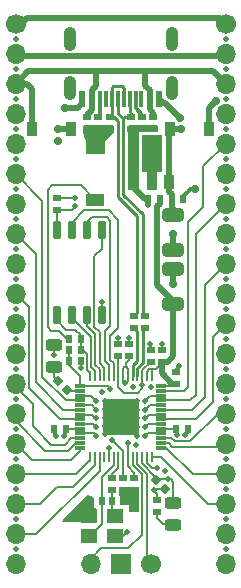
<source format=gtl>
G04 #@! TF.GenerationSoftware,KiCad,Pcbnew,(6.0.4)*
G04 #@! TF.CreationDate,2022-04-25T16:48:54-06:00*
G04 #@! TF.ProjectId,RP2040 Dev Board,52503230-3430-4204-9465-7620426f6172,3*
G04 #@! TF.SameCoordinates,Original*
G04 #@! TF.FileFunction,Copper,L1,Top*
G04 #@! TF.FilePolarity,Positive*
%FSLAX46Y46*%
G04 Gerber Fmt 4.6, Leading zero omitted, Abs format (unit mm)*
G04 Created by KiCad (PCBNEW (6.0.4)) date 2022-04-25 16:48:54*
%MOMM*%
%LPD*%
G01*
G04 APERTURE LIST*
G04 Aperture macros list*
%AMRoundRect*
0 Rectangle with rounded corners*
0 $1 Rounding radius*
0 $2 $3 $4 $5 $6 $7 $8 $9 X,Y pos of 4 corners*
0 Add a 4 corners polygon primitive as box body*
4,1,4,$2,$3,$4,$5,$6,$7,$8,$9,$2,$3,0*
0 Add four circle primitives for the rounded corners*
1,1,$1+$1,$2,$3*
1,1,$1+$1,$4,$5*
1,1,$1+$1,$6,$7*
1,1,$1+$1,$8,$9*
0 Add four rect primitives between the rounded corners*
20,1,$1+$1,$2,$3,$4,$5,0*
20,1,$1+$1,$4,$5,$6,$7,0*
20,1,$1+$1,$6,$7,$8,$9,0*
20,1,$1+$1,$8,$9,$2,$3,0*%
%AMRotRect*
0 Rectangle, with rotation*
0 The origin of the aperture is its center*
0 $1 length*
0 $2 width*
0 $3 Rotation angle, in degrees counterclockwise*
0 Add horizontal line*
21,1,$1,$2,0,0,$3*%
%AMFreePoly0*
4,1,9,3.862500,-0.866500,0.737500,-0.866500,0.737500,-0.450000,-0.737500,-0.450000,-0.737500,0.450000,0.737500,0.450000,0.737500,0.866500,3.862500,0.866500,3.862500,-0.866500,3.862500,-0.866500,$1*%
G04 Aperture macros list end*
G04 #@! TA.AperFunction,SMDPad,CuDef*
%ADD10R,0.600000X0.700000*%
G04 #@! TD*
G04 #@! TA.AperFunction,SMDPad,CuDef*
%ADD11R,0.700000X0.600000*%
G04 #@! TD*
G04 #@! TA.AperFunction,SMDPad,CuDef*
%ADD12R,0.900000X1.200000*%
G04 #@! TD*
G04 #@! TA.AperFunction,SMDPad,CuDef*
%ADD13RoundRect,0.243750X0.456250X-0.243750X0.456250X0.243750X-0.456250X0.243750X-0.456250X-0.243750X0*%
G04 #@! TD*
G04 #@! TA.AperFunction,SMDPad,CuDef*
%ADD14R,0.900000X1.300000*%
G04 #@! TD*
G04 #@! TA.AperFunction,SMDPad,CuDef*
%ADD15FreePoly0,90.000000*%
G04 #@! TD*
G04 #@! TA.AperFunction,SMDPad,CuDef*
%ADD16RotRect,0.700000X0.600000X225.000000*%
G04 #@! TD*
G04 #@! TA.AperFunction,SMDPad,CuDef*
%ADD17RoundRect,0.150000X0.150000X-0.650000X0.150000X0.650000X-0.150000X0.650000X-0.150000X-0.650000X0*%
G04 #@! TD*
G04 #@! TA.AperFunction,SMDPad,CuDef*
%ADD18RoundRect,0.250000X0.650000X-0.325000X0.650000X0.325000X-0.650000X0.325000X-0.650000X-0.325000X0*%
G04 #@! TD*
G04 #@! TA.AperFunction,SMDPad,CuDef*
%ADD19R,0.600000X1.450000*%
G04 #@! TD*
G04 #@! TA.AperFunction,SMDPad,CuDef*
%ADD20R,0.300000X1.450000*%
G04 #@! TD*
G04 #@! TA.AperFunction,ComponentPad*
%ADD21O,1.050000X2.100000*%
G04 #@! TD*
G04 #@! TA.AperFunction,SMDPad,CuDef*
%ADD22RoundRect,0.006000X-0.414000X-0.094000X0.414000X-0.094000X0.414000X0.094000X-0.414000X0.094000X0*%
G04 #@! TD*
G04 #@! TA.AperFunction,SMDPad,CuDef*
%ADD23RoundRect,0.020000X-0.080000X-0.400000X0.080000X-0.400000X0.080000X0.400000X-0.080000X0.400000X0*%
G04 #@! TD*
G04 #@! TA.AperFunction,SMDPad,CuDef*
%ADD24R,3.100000X3.100000*%
G04 #@! TD*
G04 #@! TA.AperFunction,SMDPad,CuDef*
%ADD25RoundRect,0.243750X-0.456250X0.243750X-0.456250X-0.243750X0.456250X-0.243750X0.456250X0.243750X0*%
G04 #@! TD*
G04 #@! TA.AperFunction,ComponentPad*
%ADD26C,1.700000*%
G04 #@! TD*
G04 #@! TA.AperFunction,ComponentPad*
%ADD27R,1.700000X1.700000*%
G04 #@! TD*
G04 #@! TA.AperFunction,ComponentPad*
%ADD28O,1.700000X1.700000*%
G04 #@! TD*
G04 #@! TA.AperFunction,SMDPad,CuDef*
%ADD29R,1.400000X1.200000*%
G04 #@! TD*
G04 #@! TA.AperFunction,SMDPad,CuDef*
%ADD30R,1.600000X1.050000*%
G04 #@! TD*
G04 #@! TA.AperFunction,SMDPad,CuDef*
%ADD31RoundRect,0.250000X-0.650000X0.325000X-0.650000X-0.325000X0.650000X-0.325000X0.650000X0.325000X0*%
G04 #@! TD*
G04 #@! TA.AperFunction,ViaPad*
%ADD32C,0.460000*%
G04 #@! TD*
G04 #@! TA.AperFunction,ViaPad*
%ADD33C,0.700000*%
G04 #@! TD*
G04 #@! TA.AperFunction,Conductor*
%ADD34C,0.500000*%
G04 #@! TD*
G04 #@! TA.AperFunction,Conductor*
%ADD35C,0.200000*%
G04 #@! TD*
G04 #@! TA.AperFunction,Conductor*
%ADD36C,0.300000*%
G04 #@! TD*
G04 #@! TA.AperFunction,Conductor*
%ADD37C,0.261112*%
G04 #@! TD*
G04 #@! TA.AperFunction,Conductor*
%ADD38C,0.261000*%
G04 #@! TD*
G04 APERTURE END LIST*
D10*
X151560000Y-62300000D03*
X152560000Y-62300000D03*
X142250000Y-62310000D03*
X141250000Y-62310000D03*
X146170000Y-68410000D03*
X147170000Y-68410000D03*
D11*
X150380000Y-56650000D03*
X150380000Y-55650000D03*
D12*
X151070000Y-36930000D03*
X154370000Y-36930000D03*
D11*
X147110000Y-66510000D03*
X147110000Y-67510000D03*
D10*
X150210000Y-42810000D03*
X149210000Y-42810000D03*
X145320000Y-68410000D03*
X144320000Y-68410000D03*
D11*
X146640000Y-56150000D03*
X146640000Y-55150000D03*
X149430000Y-56650000D03*
X149430000Y-55650000D03*
D13*
X151345000Y-70492500D03*
X151345000Y-68617500D03*
D14*
X148010000Y-41450000D03*
D15*
X149510000Y-41362500D03*
D14*
X151010000Y-41450000D03*
D16*
X149916447Y-66656447D03*
X150623553Y-67363553D03*
D17*
X141505000Y-52700000D03*
X142775000Y-52700000D03*
X144045000Y-52700000D03*
X145315000Y-52700000D03*
X145315000Y-45500000D03*
X144045000Y-45500000D03*
X142775000Y-45500000D03*
X141505000Y-45500000D03*
D18*
X151340000Y-51755000D03*
X151340000Y-48805000D03*
D19*
X150160000Y-34395000D03*
X149360000Y-34395000D03*
D20*
X148160000Y-34395000D03*
X147160000Y-34395000D03*
X146660000Y-34395000D03*
X145660000Y-34395000D03*
D19*
X143660000Y-34395000D03*
X144460000Y-34395000D03*
D20*
X145160000Y-34395000D03*
X146160000Y-34395000D03*
X147660000Y-34395000D03*
X148660000Y-34395000D03*
D21*
X151230000Y-33480000D03*
X142590000Y-33480000D03*
X151230000Y-29300000D03*
X142590000Y-29300000D03*
D11*
X144060000Y-36920000D03*
X144060000Y-35920000D03*
D22*
X143475000Y-58700000D03*
X143475000Y-59100000D03*
X143475000Y-59500000D03*
X143475000Y-59900000D03*
X143475000Y-60300000D03*
X143475000Y-60700000D03*
X143475000Y-61100000D03*
X143475000Y-61500000D03*
X143475000Y-61900000D03*
X143475000Y-62300000D03*
X143475000Y-62700000D03*
X143475000Y-63100000D03*
X143475000Y-63500000D03*
X143475000Y-63900000D03*
D23*
X144310000Y-64735000D03*
X144710000Y-64735000D03*
X145110000Y-64735000D03*
X145510000Y-64735000D03*
X145910000Y-64735000D03*
X146310000Y-64735000D03*
X146710000Y-64735000D03*
X147110000Y-64735000D03*
X147510000Y-64735000D03*
X147910000Y-64735000D03*
X148310000Y-64735000D03*
X148710000Y-64735000D03*
X149110000Y-64735000D03*
X149510000Y-64735000D03*
D22*
X150345000Y-63900000D03*
X150345000Y-63500000D03*
X150345000Y-63100000D03*
X150345000Y-62700000D03*
X150345000Y-62300000D03*
X150345000Y-61900000D03*
X150345000Y-61500000D03*
X150345000Y-61100000D03*
X150345000Y-60700000D03*
X150345000Y-60300000D03*
X150345000Y-59900000D03*
X150345000Y-59500000D03*
X150345000Y-59100000D03*
X150345000Y-58700000D03*
D23*
X149510000Y-57865000D03*
X149110000Y-57865000D03*
X148710000Y-57865000D03*
X148310000Y-57865000D03*
X147910000Y-57865000D03*
X147510000Y-57865000D03*
X147110000Y-57865000D03*
X146710000Y-57865000D03*
X146310000Y-57865000D03*
X145910000Y-57865000D03*
X145510000Y-57865000D03*
X145110000Y-57865000D03*
X144710000Y-57865000D03*
X144310000Y-57865000D03*
D24*
X146910000Y-61300000D03*
D11*
X151620000Y-58500000D03*
X151620000Y-57500000D03*
D25*
X141260000Y-55215000D03*
X141260000Y-57090000D03*
D26*
X149450000Y-73750000D03*
D27*
X146910000Y-73750000D03*
D28*
X144370000Y-73750000D03*
D29*
X144220000Y-71370000D03*
X146420000Y-71370000D03*
X146420000Y-69670000D03*
X144220000Y-69670000D03*
D11*
X148710000Y-36920000D03*
X148710000Y-35920000D03*
D10*
X143510000Y-55625000D03*
X142510000Y-55625000D03*
D30*
X144760000Y-38475000D03*
X144760000Y-42925000D03*
D11*
X147590000Y-56150000D03*
X147590000Y-55150000D03*
D12*
X142670000Y-36920000D03*
X139370000Y-36920000D03*
D11*
X148050000Y-53740000D03*
X148050000Y-52740000D03*
X145005000Y-35920000D03*
X145005000Y-36920000D03*
D16*
X141626447Y-58286447D03*
X142333553Y-58993553D03*
D10*
X142510000Y-54675000D03*
X143510000Y-54675000D03*
D31*
X151340000Y-44215000D03*
X151340000Y-47165000D03*
D10*
X151210000Y-42810000D03*
X152210000Y-42810000D03*
X142510000Y-56590000D03*
X143510000Y-56590000D03*
D11*
X147760000Y-36920000D03*
X147760000Y-35920000D03*
X149000000Y-53740000D03*
X149000000Y-52740000D03*
X149995000Y-68355000D03*
X149995000Y-69355000D03*
X146160000Y-67510000D03*
X146160000Y-66510000D03*
X148060000Y-66510000D03*
X148060000Y-67510000D03*
X141550000Y-43760000D03*
X141550000Y-42760000D03*
X145960000Y-36920000D03*
X145960000Y-35920000D03*
X149660000Y-36920000D03*
X149660000Y-35920000D03*
D26*
X155800000Y-28030000D03*
D28*
X155800000Y-30570000D03*
X155800000Y-33110000D03*
X155800000Y-35650000D03*
X155800000Y-38190000D03*
X155800000Y-40730000D03*
X155800000Y-43270000D03*
X155800000Y-45810000D03*
X155800000Y-48350000D03*
X155800000Y-50890000D03*
X155800000Y-53430000D03*
X155800000Y-55970000D03*
X155800000Y-58510000D03*
X155800000Y-61050000D03*
X155800000Y-63590000D03*
X155800000Y-66130000D03*
X155800000Y-68670000D03*
X155800000Y-71210000D03*
X155800000Y-73750000D03*
D26*
X138020000Y-28030000D03*
D28*
X138020000Y-30570000D03*
X138020000Y-33110000D03*
X138020000Y-35650000D03*
X138020000Y-38190000D03*
X138020000Y-40730000D03*
X138020000Y-43270000D03*
X138020000Y-45810000D03*
X138020000Y-48350000D03*
X138020000Y-50890000D03*
X138020000Y-53430000D03*
X138020000Y-55970000D03*
X138020000Y-58510000D03*
X138020000Y-61050000D03*
X138020000Y-63590000D03*
X138020000Y-66130000D03*
X138020000Y-68670000D03*
X138020000Y-71210000D03*
X138020000Y-73750000D03*
D32*
X145340000Y-59210000D03*
X149220000Y-43400000D03*
X138020000Y-69940000D03*
X155800000Y-42000000D03*
X144090000Y-37580000D03*
X145560000Y-62780000D03*
X148230000Y-63700000D03*
X143060000Y-69290000D03*
X155800000Y-54700000D03*
X155800000Y-47080000D03*
X138020000Y-34380000D03*
X147940000Y-58810000D03*
X138020000Y-31840000D03*
X155800000Y-72480000D03*
D33*
X148060000Y-39620000D03*
D32*
X155800000Y-34380000D03*
X146640000Y-54620000D03*
X138020000Y-36920000D03*
X155800000Y-67400000D03*
X148060000Y-69010000D03*
X141400000Y-62920000D03*
X147400000Y-71060000D03*
X145310000Y-51530000D03*
X148260000Y-59950000D03*
X145560000Y-62072500D03*
X138020000Y-54700000D03*
D33*
X142205818Y-35149310D03*
D32*
X149420000Y-55150000D03*
X148260000Y-62147500D03*
X155800000Y-36920000D03*
X155800000Y-44540000D03*
X152380000Y-62860000D03*
D33*
X141630000Y-37910000D03*
D32*
X138020000Y-72480000D03*
X145910000Y-63920000D03*
X155800000Y-69940000D03*
X149440000Y-58740000D03*
X155800000Y-59780000D03*
X148260000Y-62880000D03*
X138020000Y-52160000D03*
X148060000Y-68020000D03*
X155800000Y-64860000D03*
X142390000Y-69940000D03*
X138020000Y-39460000D03*
X138020000Y-49620000D03*
D33*
X151370000Y-50080000D03*
D32*
X144850000Y-37580000D03*
X155800000Y-49620000D03*
X155800000Y-57240000D03*
X138020000Y-64860000D03*
X138020000Y-29300000D03*
X145560000Y-59950000D03*
X138020000Y-44540000D03*
X148260000Y-60682500D03*
X151850000Y-57000000D03*
X138020000Y-67400000D03*
D33*
X151340000Y-45790000D03*
X151888210Y-35992475D03*
D32*
X155800000Y-62320000D03*
X148260000Y-61415000D03*
X138020000Y-47080000D03*
D33*
X153170000Y-42000000D03*
D32*
X138020000Y-57240000D03*
X138020000Y-42000000D03*
X145610000Y-37580000D03*
X150630000Y-65900000D03*
X155800000Y-39460000D03*
X143020000Y-42770000D03*
X155800000Y-31840000D03*
X138020000Y-62320000D03*
X145560000Y-61365000D03*
X149718314Y-67518902D03*
X147600000Y-54620000D03*
X141245000Y-56055000D03*
X145560000Y-60657500D03*
X138020000Y-59780000D03*
X155800000Y-29300000D03*
X155800000Y-52160000D03*
X143510000Y-57150000D03*
X150370000Y-55150000D03*
X147520000Y-63550000D03*
X148715016Y-58613579D03*
X144830000Y-59960000D03*
X144820000Y-60690000D03*
X144830000Y-61430000D03*
X144830000Y-62150000D03*
X144830000Y-62880000D03*
X149980000Y-65590000D03*
X148980000Y-62900000D03*
X148990000Y-62160000D03*
X148980000Y-61410000D03*
X148980000Y-60680000D03*
X148980000Y-59940000D03*
D33*
X149050000Y-39620000D03*
D32*
X143060000Y-43480000D03*
X146190000Y-63250000D03*
X142110000Y-62910000D03*
X150940000Y-66560000D03*
X146020000Y-58930000D03*
X151670000Y-62850000D03*
X147300000Y-58450000D03*
D33*
X152020000Y-36910000D03*
X141620000Y-36900000D03*
X154990000Y-34550000D03*
D34*
X148010000Y-41900000D02*
X148010000Y-41450000D01*
X148920000Y-42810000D02*
X148010000Y-41900000D01*
X149210000Y-42810000D02*
X148920000Y-42810000D01*
X149210000Y-43390000D02*
X149220000Y-43400000D01*
X149210000Y-42810000D02*
X149210000Y-43390000D01*
X148010000Y-41830000D02*
X148010000Y-41450000D01*
X150210000Y-43270000D02*
X150210000Y-42810000D01*
X150010000Y-43470000D02*
X150210000Y-43270000D01*
X151340000Y-51470000D02*
X150010000Y-50140000D01*
X150010000Y-50140000D02*
X150010000Y-43470000D01*
X151340000Y-51755000D02*
X151340000Y-51470000D01*
D35*
X146640000Y-54620000D02*
X146640000Y-55150000D01*
D36*
X152810000Y-42000000D02*
X153170000Y-42000000D01*
D35*
X150380000Y-55160000D02*
X150370000Y-55150000D01*
X151620000Y-57500000D02*
X151620000Y-57230000D01*
D34*
X151340000Y-48805000D02*
X151340000Y-50050000D01*
D36*
X152210000Y-42600000D02*
X152580000Y-42230000D01*
D34*
X143210690Y-35149310D02*
X142205818Y-35149310D01*
D35*
X148060000Y-67510000D02*
X148060000Y-68020000D01*
X141560000Y-42770000D02*
X141550000Y-42760000D01*
X145910000Y-64735000D02*
X145910000Y-63920000D01*
D34*
X143250000Y-35110000D02*
X143210690Y-35149310D01*
D35*
X141250000Y-62770000D02*
X141400000Y-62920000D01*
X141260000Y-55215000D02*
X141260000Y-56040000D01*
X150623553Y-67363553D02*
X149873663Y-67363553D01*
X141250000Y-62310000D02*
X141250000Y-62770000D01*
X149430000Y-55160000D02*
X149420000Y-55150000D01*
D34*
X151340000Y-50050000D02*
X151370000Y-50080000D01*
D35*
X141260000Y-56040000D02*
X141245000Y-56055000D01*
D34*
X150635735Y-34740000D02*
X151888210Y-35992475D01*
X151340000Y-47165000D02*
X151340000Y-45790000D01*
D35*
X148060000Y-69010000D02*
X147460000Y-68410000D01*
D36*
X148010000Y-41790000D02*
X148010000Y-41450000D01*
D35*
X152560000Y-62680000D02*
X152380000Y-62860000D01*
X147600000Y-54620000D02*
X147590000Y-54630000D01*
X145315000Y-52700000D02*
X145315000Y-51535000D01*
D36*
X152210000Y-42810000D02*
X152210000Y-42600000D01*
D35*
X146420000Y-71370000D02*
X147090000Y-71370000D01*
D36*
X152580000Y-42230000D02*
X152810000Y-42000000D01*
D34*
X150160000Y-34395000D02*
X150505000Y-34740000D01*
D35*
X147460000Y-68410000D02*
X147170000Y-68410000D01*
X149873663Y-67363553D02*
X149718314Y-67518902D01*
X152560000Y-62300000D02*
X152560000Y-62680000D01*
X151620000Y-57230000D02*
X151850000Y-57000000D01*
X147090000Y-71370000D02*
X147400000Y-71060000D01*
X143510000Y-56590000D02*
X143510000Y-57150000D01*
X147590000Y-54630000D02*
X147590000Y-55150000D01*
X149430000Y-55650000D02*
X149430000Y-55160000D01*
D34*
X150505000Y-34740000D02*
X150635735Y-34740000D01*
X143660000Y-34700000D02*
X143250000Y-35110000D01*
D35*
X149995000Y-68355000D02*
X149995000Y-67795588D01*
X145315000Y-51535000D02*
X145310000Y-51530000D01*
X143020000Y-42770000D02*
X141560000Y-42770000D01*
X149995000Y-67795588D02*
X149718314Y-67518902D01*
X150380000Y-55650000D02*
X150380000Y-55160000D01*
D34*
X143660000Y-34395000D02*
X143660000Y-34700000D01*
D35*
X146710000Y-58770000D02*
X147180000Y-59240000D01*
X146710000Y-57865000D02*
X146710000Y-56220000D01*
X147510000Y-64735000D02*
X147510000Y-65470000D01*
X148715016Y-58884984D02*
X148715016Y-58613579D01*
X148710000Y-57865000D02*
X148710000Y-57370000D01*
X146710000Y-56220000D02*
X146640000Y-56150000D01*
X147510000Y-65470000D02*
X148060000Y-66020000D01*
X146710000Y-57865000D02*
X146710000Y-58770000D01*
X147180000Y-59240000D02*
X148360000Y-59240000D01*
X147520000Y-63550000D02*
X147510000Y-63560000D01*
X147510000Y-63560000D02*
X147510000Y-64735000D01*
X148710000Y-57865000D02*
X148710000Y-58608563D01*
X148360000Y-59240000D02*
X148715016Y-58884984D01*
X148060000Y-66020000D02*
X148060000Y-66510000D01*
X148710000Y-57370000D02*
X149430000Y-56650000D01*
X148710000Y-58608563D02*
X148715016Y-58613579D01*
X145320000Y-66360000D02*
X145320000Y-68410000D01*
X145320000Y-70390000D02*
X144340000Y-71370000D01*
X145320000Y-68410000D02*
X145320000Y-70390000D01*
X146310000Y-65370000D02*
X145320000Y-66360000D01*
X146310000Y-64735000D02*
X146310000Y-65370000D01*
X144340000Y-71370000D02*
X144220000Y-71370000D01*
X146160000Y-67510000D02*
X146160000Y-68400000D01*
X146420000Y-69670000D02*
X146170000Y-69420000D01*
X146160000Y-68400000D02*
X146170000Y-68410000D01*
X146170000Y-69420000D02*
X146170000Y-68410000D01*
D37*
X148310000Y-57188320D02*
X148310000Y-57800686D01*
X149000000Y-53740000D02*
X149000000Y-53790000D01*
X148757156Y-56741164D02*
X148310000Y-57188320D01*
X148757156Y-54032844D02*
X148757156Y-56741164D01*
X149000000Y-53790000D02*
X148757156Y-54032844D01*
X148050000Y-53790000D02*
X148292844Y-54032844D01*
X148292844Y-56548836D02*
X147910000Y-56931680D01*
X148050000Y-53740000D02*
X148050000Y-53790000D01*
X147910000Y-56931680D02*
X147910000Y-57865000D01*
X148292844Y-54032844D02*
X148292844Y-56548836D01*
D36*
X148160000Y-35160000D02*
X148710000Y-35710000D01*
X148160000Y-34395000D02*
X148160000Y-35160000D01*
X148710000Y-35710000D02*
X148710000Y-35920000D01*
D38*
X146160000Y-33409000D02*
X146289000Y-33280000D01*
D37*
X146331681Y-35920000D02*
X145960000Y-35920000D01*
D38*
X146160000Y-34395000D02*
X146160000Y-35720000D01*
D37*
X148292844Y-52497156D02*
X148292844Y-44321164D01*
X146647844Y-42676164D02*
X146647844Y-36236163D01*
X148050000Y-52740000D02*
X148292844Y-52497156D01*
D38*
X146289000Y-33280000D02*
X147000000Y-33280000D01*
D37*
X146647844Y-36236163D02*
X146331681Y-35920000D01*
D38*
X147000000Y-33280000D02*
X147160000Y-33440000D01*
X146160000Y-34395000D02*
X146160000Y-33409000D01*
X146160000Y-35720000D02*
X145960000Y-35920000D01*
X147160000Y-33440000D02*
X147160000Y-34395000D01*
D37*
X148292844Y-44321164D02*
X146647844Y-42676164D01*
X149000000Y-52740000D02*
X148757156Y-52497156D01*
X146660000Y-35591681D02*
X146660000Y-34395000D01*
X148757156Y-52497156D02*
X148757156Y-44128836D01*
D38*
X147760000Y-35610000D02*
X147660000Y-35510000D01*
D37*
X147112156Y-42483836D02*
X147112156Y-36043837D01*
X148757156Y-44128836D02*
X147112156Y-42483836D01*
D38*
X146660000Y-35431000D02*
X146660000Y-34395000D01*
X147660000Y-35510000D02*
X147660000Y-34395000D01*
X147760000Y-35920000D02*
X147760000Y-35610000D01*
D37*
X147112156Y-36043837D02*
X146660000Y-35591681D01*
D38*
X147760000Y-35920000D02*
X147149000Y-35920000D01*
D36*
X145160000Y-35765000D02*
X145005000Y-35920000D01*
X145160000Y-34395000D02*
X145160000Y-35765000D01*
D35*
X146160000Y-66150000D02*
X146160000Y-66510000D01*
X146710000Y-64735000D02*
X146710000Y-65600000D01*
X146710000Y-65600000D02*
X146160000Y-66150000D01*
X140720000Y-53680000D02*
X140720000Y-42050000D01*
X142510000Y-54675000D02*
X142385000Y-54675000D01*
X141090000Y-41680000D02*
X143515000Y-41680000D01*
X142385000Y-54675000D02*
X141710000Y-54000000D01*
X143515000Y-41680000D02*
X144760000Y-42925000D01*
X141040000Y-54000000D02*
X140720000Y-53680000D01*
X140720000Y-42050000D02*
X141090000Y-41680000D01*
X141710000Y-54000000D02*
X141040000Y-54000000D01*
X144030000Y-57310000D02*
X144030000Y-55940000D01*
X143510000Y-55625000D02*
X143510000Y-54675000D01*
X141505000Y-53115000D02*
X141505000Y-52700000D01*
X143510000Y-54370000D02*
X143040000Y-53900000D01*
X143715000Y-55625000D02*
X143510000Y-55625000D01*
X142290000Y-53900000D02*
X141505000Y-53115000D01*
X143510000Y-54675000D02*
X143510000Y-54370000D01*
X143040000Y-53900000D02*
X142290000Y-53900000D01*
X144310000Y-57865000D02*
X144310000Y-57590000D01*
X144310000Y-57590000D02*
X144030000Y-57310000D01*
X144030000Y-55940000D02*
X143715000Y-55625000D01*
X143475000Y-59500000D02*
X144370000Y-59500000D01*
X144370000Y-59500000D02*
X144830000Y-59960000D01*
X143475000Y-59900000D02*
X142300000Y-59900000D01*
X140280000Y-57880000D02*
X140280000Y-42990000D01*
X140280000Y-42990000D02*
X138020000Y-40730000D01*
X142300000Y-59900000D02*
X140280000Y-57880000D01*
X144430000Y-60300000D02*
X144820000Y-60690000D01*
X143475000Y-60300000D02*
X144430000Y-60300000D01*
X139720000Y-47510000D02*
X138020000Y-45810000D01*
X139720000Y-58380000D02*
X139720000Y-47510000D01*
X142040000Y-60700000D02*
X139720000Y-58380000D01*
X143475000Y-60700000D02*
X142040000Y-60700000D01*
X143475000Y-61100000D02*
X144500000Y-61100000D01*
X144500000Y-61100000D02*
X144830000Y-61430000D01*
X139160000Y-52030000D02*
X138020000Y-50890000D01*
X143475000Y-61500000D02*
X141800000Y-61500000D01*
X141800000Y-61500000D02*
X139160000Y-58860000D01*
X139160000Y-58860000D02*
X139160000Y-52030000D01*
X144580000Y-61900000D02*
X144830000Y-62150000D01*
X143475000Y-61900000D02*
X144580000Y-61900000D01*
X144650000Y-62700000D02*
X144830000Y-62880000D01*
X143475000Y-62700000D02*
X144650000Y-62700000D01*
X139500000Y-60230000D02*
X138020000Y-58750000D01*
X142180000Y-63640000D02*
X141040000Y-63640000D01*
X138020000Y-58750000D02*
X138020000Y-58510000D01*
X142720000Y-63100000D02*
X142180000Y-63640000D01*
X139500000Y-62100000D02*
X139500000Y-60230000D01*
X141040000Y-63640000D02*
X139500000Y-62100000D01*
X143475000Y-63100000D02*
X142720000Y-63100000D01*
X143076351Y-63500000D02*
X142426351Y-64150000D01*
X142426351Y-64150000D02*
X140525000Y-64150000D01*
X138020000Y-61645000D02*
X138020000Y-61050000D01*
X143475000Y-63500000D02*
X143076351Y-63500000D01*
X140525000Y-64150000D02*
X138020000Y-61645000D01*
X142710000Y-64950000D02*
X139380000Y-64950000D01*
X143475000Y-63900000D02*
X143475000Y-64185000D01*
X143475000Y-64185000D02*
X142710000Y-64950000D01*
X139380000Y-64950000D02*
X138020000Y-63590000D01*
X143130000Y-66130000D02*
X138020000Y-66130000D01*
X144310000Y-64950000D02*
X143130000Y-66130000D01*
X144310000Y-64735000D02*
X144310000Y-64950000D01*
X142860000Y-67260000D02*
X141510000Y-67260000D01*
X144710000Y-65410000D02*
X142860000Y-67260000D01*
X140100000Y-68670000D02*
X138020000Y-68670000D01*
X141510000Y-67260000D02*
X140100000Y-68670000D01*
X144710000Y-64735000D02*
X144710000Y-65410000D01*
X145110000Y-65850000D02*
X139750000Y-71210000D01*
X139750000Y-71210000D02*
X138020000Y-71210000D01*
X145110000Y-64735000D02*
X145110000Y-65850000D01*
X144370000Y-73750000D02*
X144370000Y-73300000D01*
X144370000Y-73300000D02*
X145240000Y-72430000D01*
X145240000Y-72430000D02*
X147550000Y-72430000D01*
X148670000Y-71310000D02*
X148670000Y-66130000D01*
X147550000Y-72430000D02*
X148670000Y-71310000D01*
X148670000Y-66130000D02*
X147910000Y-65370000D01*
X147910000Y-65370000D02*
X147910000Y-64735000D01*
X149140000Y-66120000D02*
X149140000Y-73440000D01*
X149140000Y-73440000D02*
X149450000Y-73750000D01*
X148310000Y-65290000D02*
X149140000Y-66120000D01*
X148310000Y-64735000D02*
X148310000Y-65290000D01*
X149110000Y-64735000D02*
X149110000Y-65170000D01*
X149460000Y-65520000D02*
X149530000Y-65590000D01*
X149530000Y-65590000D02*
X149980000Y-65590000D01*
X149110000Y-65170000D02*
X149460000Y-65520000D01*
X149510000Y-64735000D02*
X150335000Y-64735000D01*
X150335000Y-64735000D02*
X154270000Y-68670000D01*
X154270000Y-68670000D02*
X155800000Y-68670000D01*
X150770000Y-63900000D02*
X153000000Y-66130000D01*
X150345000Y-63900000D02*
X150770000Y-63900000D01*
X153000000Y-66130000D02*
X155800000Y-66130000D01*
X155580000Y-63810000D02*
X155800000Y-63590000D01*
X151280000Y-63810000D02*
X155580000Y-63810000D01*
X150345000Y-63500000D02*
X150970000Y-63500000D01*
X150970000Y-63500000D02*
X151280000Y-63810000D01*
X151460000Y-63380000D02*
X152780000Y-63380000D01*
X152780000Y-63380000D02*
X155110000Y-61050000D01*
X150345000Y-63100000D02*
X151180000Y-63100000D01*
X151180000Y-63100000D02*
X151460000Y-63380000D01*
X155110000Y-61050000D02*
X155800000Y-61050000D01*
X149180000Y-62700000D02*
X148980000Y-62900000D01*
X150345000Y-62700000D02*
X149180000Y-62700000D01*
X149250000Y-61900000D02*
X148990000Y-62160000D01*
X150345000Y-61900000D02*
X149250000Y-61900000D01*
X150345000Y-61500000D02*
X153240000Y-61500000D01*
X154680000Y-60060000D02*
X154680000Y-54550000D01*
X154680000Y-54550000D02*
X155800000Y-53430000D01*
X153240000Y-61500000D02*
X154680000Y-60060000D01*
X150345000Y-61100000D02*
X149290000Y-61100000D01*
X149290000Y-61100000D02*
X148980000Y-61410000D01*
X152900000Y-60700000D02*
X154000000Y-59600000D01*
X154000000Y-50160000D02*
X155800000Y-48360000D01*
X150345000Y-60700000D02*
X152900000Y-60700000D01*
X155800000Y-48360000D02*
X155800000Y-48350000D01*
X154000000Y-59600000D02*
X154000000Y-50160000D01*
X149360000Y-60300000D02*
X148980000Y-60680000D01*
X150345000Y-60300000D02*
X149360000Y-60300000D01*
X153270000Y-45800000D02*
X155800000Y-43270000D01*
X150345000Y-59900000D02*
X152780000Y-59900000D01*
X152780000Y-59900000D02*
X153270000Y-59410000D01*
X153270000Y-59410000D02*
X153270000Y-45800000D01*
X149420000Y-59500000D02*
X150345000Y-59500000D01*
X148980000Y-59940000D02*
X149420000Y-59500000D01*
X152590000Y-58760000D02*
X152590000Y-44800000D01*
X152590000Y-44800000D02*
X153900000Y-43490000D01*
X152250000Y-59100000D02*
X152590000Y-58760000D01*
X153900000Y-40090000D02*
X155800000Y-38190000D01*
X150345000Y-59100000D02*
X152250000Y-59100000D01*
X153900000Y-43490000D02*
X153900000Y-40090000D01*
X146700000Y-44590000D02*
X145930000Y-43820000D01*
X142775000Y-44875000D02*
X142775000Y-45500000D01*
X146310000Y-56760000D02*
X145990000Y-56440000D01*
X143830000Y-43820000D02*
X142775000Y-44875000D01*
X146310000Y-57865000D02*
X146310000Y-56760000D01*
X145990000Y-56440000D02*
X145990000Y-54460000D01*
X145930000Y-43820000D02*
X143830000Y-43820000D01*
X145990000Y-54460000D02*
X146700000Y-53750000D01*
X146700000Y-53750000D02*
X146700000Y-44590000D01*
X144045000Y-44805000D02*
X144045000Y-45500000D01*
X146010000Y-44700000D02*
X145710000Y-44400000D01*
X145580000Y-54060000D02*
X146010000Y-53630000D01*
X144450000Y-44400000D02*
X144045000Y-44805000D01*
X145910000Y-56890000D02*
X145580000Y-56560000D01*
X145910000Y-57865000D02*
X145910000Y-56890000D01*
X146010000Y-53630000D02*
X146010000Y-44700000D01*
X145580000Y-56560000D02*
X145580000Y-54060000D01*
X145710000Y-44400000D02*
X144450000Y-44400000D01*
X145315000Y-47055000D02*
X145315000Y-45500000D01*
X145150000Y-54140000D02*
X144680000Y-53670000D01*
X145150000Y-56770000D02*
X145150000Y-54140000D01*
X144680000Y-47690000D02*
X145315000Y-47055000D01*
X145510000Y-57865000D02*
X145510000Y-57130000D01*
X144680000Y-53670000D02*
X144680000Y-47690000D01*
X145510000Y-57130000D02*
X145150000Y-56770000D01*
X144045000Y-53595000D02*
X144045000Y-52700000D01*
X144750000Y-54300000D02*
X144045000Y-53595000D01*
X145110000Y-57865000D02*
X145110000Y-57270000D01*
X145110000Y-57270000D02*
X144750000Y-56910000D01*
X144750000Y-56910000D02*
X144750000Y-54300000D01*
X144400000Y-57100000D02*
X144400000Y-54572989D01*
X144710000Y-57410000D02*
X144400000Y-57100000D01*
X144400000Y-54572989D02*
X142775000Y-52947989D01*
X144710000Y-57865000D02*
X144710000Y-57410000D01*
X142775000Y-52947989D02*
X142775000Y-52700000D01*
X147310000Y-56990000D02*
X147310000Y-57020000D01*
D34*
X155330000Y-27560000D02*
X155800000Y-28030000D01*
D35*
X143475000Y-57865000D02*
X142510000Y-56900000D01*
X142780000Y-43760000D02*
X141550000Y-43760000D01*
X142250000Y-62770000D02*
X142110000Y-62910000D01*
X142510000Y-56900000D02*
X142510000Y-56590000D01*
X150380000Y-56730000D02*
X150380000Y-56650000D01*
X149340000Y-57230000D02*
X149800000Y-57230000D01*
X151560000Y-62300000D02*
X151560000Y-62740000D01*
X147110000Y-57190000D02*
X147110000Y-57865000D01*
X149540000Y-57230000D02*
X149800000Y-57230000D01*
D34*
X138530000Y-28030000D02*
X139000000Y-27560000D01*
X150380000Y-56650000D02*
X150380000Y-57609022D01*
D35*
X149880000Y-57230000D02*
X150380000Y-56730000D01*
X151420000Y-58700000D02*
X151620000Y-58500000D01*
X142250000Y-62310000D02*
X142250000Y-62770000D01*
X141550000Y-43760000D02*
X141550000Y-45455000D01*
X145790000Y-58700000D02*
X146020000Y-58930000D01*
X151560000Y-62740000D02*
X151670000Y-62850000D01*
D34*
X138020000Y-28030000D02*
X138530000Y-28030000D01*
X151340000Y-56180000D02*
X151340000Y-51755000D01*
D35*
X143060000Y-43480000D02*
X142780000Y-43760000D01*
X149110000Y-57460000D02*
X149340000Y-57230000D01*
X147510000Y-58240000D02*
X147300000Y-58450000D01*
X148710000Y-65245000D02*
X149916447Y-66451447D01*
D34*
X150380000Y-56650000D02*
X150870000Y-56650000D01*
D35*
X149110000Y-57865000D02*
X149110000Y-57460000D01*
X151120000Y-66560000D02*
X151360000Y-66800000D01*
X151360000Y-66800000D02*
X151360000Y-68602500D01*
X147310000Y-57020000D02*
X147510000Y-57220000D01*
X149916447Y-66656447D02*
X149982894Y-66590000D01*
X147310000Y-56990000D02*
X147110000Y-57190000D01*
X141550000Y-45455000D02*
X141505000Y-45500000D01*
X150345000Y-58700000D02*
X151420000Y-58700000D01*
X147110000Y-64170000D02*
X146190000Y-63250000D01*
D34*
X150870000Y-56650000D02*
X151340000Y-56180000D01*
X150380000Y-57609022D02*
X151270978Y-58500000D01*
D35*
X148710000Y-64735000D02*
X148710000Y-65245000D01*
X150940000Y-66560000D02*
X151120000Y-66560000D01*
X143475000Y-58700000D02*
X145790000Y-58700000D01*
X147510000Y-57220000D02*
X147510000Y-57865000D01*
X150910000Y-66590000D02*
X150940000Y-66560000D01*
X147310000Y-56740000D02*
X147310000Y-56990000D01*
X147110000Y-57865000D02*
X147110000Y-58260000D01*
X147510000Y-57865000D02*
X147510000Y-58240000D01*
X149510000Y-57260000D02*
X149540000Y-57230000D01*
X149916447Y-66451447D02*
X149916447Y-66656447D01*
D34*
X139000000Y-27560000D02*
X155330000Y-27560000D01*
D35*
X147590000Y-56460000D02*
X147310000Y-56740000D01*
X150345000Y-62300000D02*
X151560000Y-62300000D01*
X147110000Y-66510000D02*
X147110000Y-64735000D01*
X143475000Y-57865000D02*
X143475000Y-58700000D01*
X147590000Y-56150000D02*
X147590000Y-56460000D01*
X149982894Y-66590000D02*
X150910000Y-66590000D01*
X149510000Y-57865000D02*
X149510000Y-57260000D01*
X143475000Y-62300000D02*
X142260000Y-62300000D01*
X147110000Y-64735000D02*
X147110000Y-64170000D01*
X147110000Y-58260000D02*
X147300000Y-58450000D01*
X149800000Y-57230000D02*
X149880000Y-57230000D01*
X151360000Y-68602500D02*
X151345000Y-68617500D01*
D34*
X151270978Y-58500000D02*
X151620000Y-58500000D01*
D35*
X142510000Y-56590000D02*
X142510000Y-55625000D01*
X143475000Y-59100000D02*
X142440000Y-59100000D01*
X142440000Y-59100000D02*
X142333553Y-58993553D01*
X141260000Y-57920000D02*
X141260000Y-57090000D01*
X141626447Y-58286447D02*
X141260000Y-57920000D01*
D34*
X151210000Y-42810000D02*
X151210000Y-42460000D01*
X151010000Y-36990000D02*
X151070000Y-36930000D01*
X151010000Y-42260000D02*
X151010000Y-41450000D01*
X151090000Y-36910000D02*
X151070000Y-36930000D01*
X141640000Y-36920000D02*
X141620000Y-36900000D01*
X151010000Y-41450000D02*
X151010000Y-36990000D01*
X151210000Y-42460000D02*
X151010000Y-42260000D01*
X151210000Y-43520000D02*
X151210000Y-42810000D01*
X151340000Y-43650000D02*
X151210000Y-43520000D01*
X151340000Y-44215000D02*
X151340000Y-43650000D01*
X142670000Y-36920000D02*
X141640000Y-36920000D01*
X152020000Y-36910000D02*
X151090000Y-36910000D01*
X138020000Y-30570000D02*
X138170000Y-30720000D01*
X155650000Y-30720000D02*
X155800000Y-30570000D01*
X138170000Y-30720000D02*
X155650000Y-30720000D01*
X154370000Y-35170000D02*
X154370000Y-36930000D01*
X154990000Y-34550000D02*
X154370000Y-35170000D01*
X144060000Y-35700000D02*
X144460000Y-35300000D01*
X149360000Y-33660000D02*
X148980000Y-33280000D01*
X144740000Y-32040000D02*
X142965042Y-32040000D01*
X149300000Y-32040000D02*
X144740000Y-32040000D01*
X149660000Y-35530000D02*
X149360000Y-35230000D01*
X144819521Y-33281174D02*
X144819521Y-32119521D01*
X144460000Y-35300000D02*
X144460000Y-34395000D01*
D36*
X144819521Y-32119521D02*
X144740000Y-32040000D01*
X144460000Y-34395000D02*
X144460000Y-33640695D01*
D34*
X150854958Y-32040000D02*
X149300000Y-32040000D01*
X138020000Y-33110000D02*
X138980000Y-33110000D01*
X150859478Y-32035480D02*
X150854958Y-32040000D01*
X149660000Y-35920000D02*
X149660000Y-35530000D01*
X148980000Y-33280000D02*
X148980000Y-32360000D01*
X139094520Y-32035480D02*
X138020000Y-33110000D01*
X155800000Y-33110000D02*
X154725480Y-32035480D01*
D36*
X148980000Y-32360000D02*
X149300000Y-32040000D01*
D34*
X144060000Y-35920000D02*
X144060000Y-35700000D01*
X142965042Y-32040000D02*
X142960522Y-32035480D01*
D36*
X149360000Y-34395000D02*
X149360000Y-33660000D01*
D34*
X154725480Y-32035480D02*
X150859478Y-32035480D01*
X138980000Y-33110000D02*
X139370000Y-33500000D01*
X144460000Y-33640695D02*
X144819521Y-33281174D01*
X142960522Y-32035480D02*
X139094520Y-32035480D01*
X139370000Y-33500000D02*
X139370000Y-36920000D01*
X149360000Y-35230000D02*
X149360000Y-34395000D01*
D35*
X151195000Y-70330000D02*
X150470000Y-70330000D01*
X150470000Y-70330000D02*
X149995000Y-69855000D01*
X149995000Y-69855000D02*
X149995000Y-69355000D01*
G04 #@! TA.AperFunction,Conductor*
G36*
X144089793Y-67947744D02*
G01*
X144352845Y-68014622D01*
X144516118Y-68056132D01*
X144577210Y-68092302D01*
X144609049Y-68155759D01*
X144611064Y-68176862D01*
X144620000Y-68990000D01*
X144784000Y-68990000D01*
X144852121Y-69010002D01*
X144898614Y-69063658D01*
X144910000Y-69116000D01*
X144910000Y-70084000D01*
X144889998Y-70152121D01*
X144836342Y-70198614D01*
X144784000Y-70210000D01*
X143430000Y-70210000D01*
X143429868Y-70210001D01*
X143429755Y-70210001D01*
X142149884Y-70217806D01*
X142086680Y-70218191D01*
X142018439Y-70198604D01*
X141971620Y-70145233D01*
X141961087Y-70075022D01*
X141994711Y-70005254D01*
X142809151Y-69150891D01*
X142810891Y-69149102D01*
X143859028Y-68092302D01*
X143969288Y-67981131D01*
X144031459Y-67946850D01*
X144089793Y-67947744D01*
G37*
G04 #@! TD.AperFunction*
G04 #@! TA.AperFunction,Conductor*
G36*
X146295648Y-36634352D02*
G01*
X146310000Y-36669000D01*
X146310000Y-37199315D01*
X146295177Y-37234428D01*
X145567107Y-37943082D01*
X145567107Y-37943083D01*
X145560000Y-37950000D01*
X145560000Y-38951000D01*
X145545648Y-38985648D01*
X145511000Y-39000000D01*
X144009000Y-39000000D01*
X143974352Y-38985648D01*
X143960000Y-38951000D01*
X143960000Y-37950000D01*
X143712643Y-37227717D01*
X143710000Y-37211842D01*
X143710000Y-36669000D01*
X143724352Y-36634352D01*
X143759000Y-36620000D01*
X146261000Y-36620000D01*
X146295648Y-36634352D01*
G37*
G04 #@! TD.AperFunction*
G04 #@! TA.AperFunction,Conductor*
G36*
X148361297Y-67209705D02*
G01*
X148395858Y-67224266D01*
X148410000Y-67258704D01*
X148410000Y-69321000D01*
X148395648Y-69355648D01*
X148361000Y-69370000D01*
X147619000Y-69370000D01*
X147584352Y-69355648D01*
X147570000Y-69321000D01*
X147570000Y-68770000D01*
X147560439Y-68769861D01*
X147560438Y-68769861D01*
X146926949Y-68760680D01*
X146892512Y-68745827D01*
X146878678Y-68713065D01*
X146860127Y-68054499D01*
X146860127Y-68054498D01*
X146860000Y-68050000D01*
X146763769Y-67819045D01*
X146760000Y-67800200D01*
X146760000Y-67249298D01*
X146774352Y-67214650D01*
X146809297Y-67200299D01*
X148361297Y-67209705D01*
G37*
G04 #@! TD.AperFunction*
G04 #@! TA.AperFunction,Conductor*
G36*
X150005648Y-36634352D02*
G01*
X150020000Y-36669000D01*
X150020000Y-37171000D01*
X150005648Y-37205648D01*
X149971000Y-37220000D01*
X148460000Y-37220000D01*
X148460000Y-42051541D01*
X148445648Y-42086189D01*
X148411544Y-42100538D01*
X148050644Y-42104548D01*
X147609543Y-42109450D01*
X147574739Y-42095484D01*
X147560000Y-42060453D01*
X147560000Y-36669000D01*
X147574352Y-36634352D01*
X147609000Y-36620000D01*
X149971000Y-36620000D01*
X150005648Y-36634352D01*
G37*
G04 #@! TD.AperFunction*
M02*

</source>
